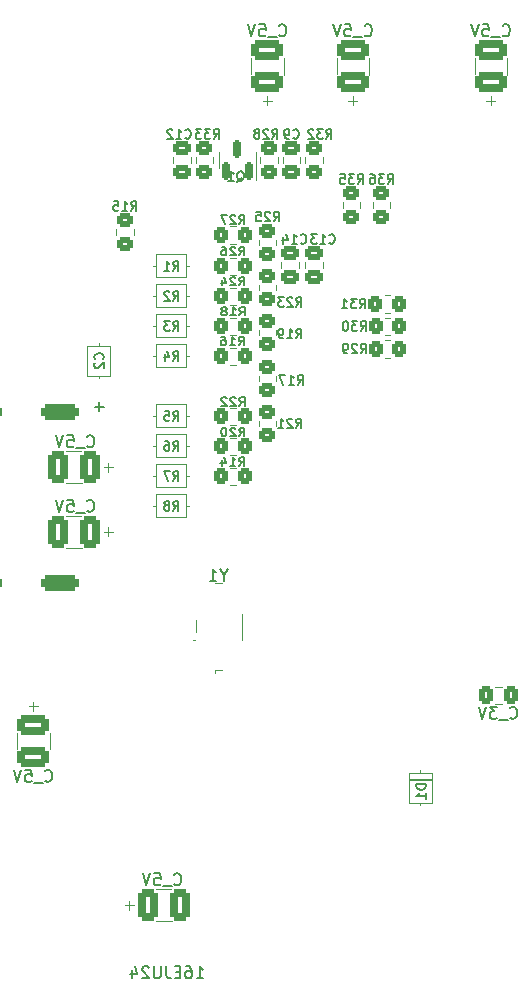
<source format=gbo>
G04 #@! TF.GenerationSoftware,KiCad,Pcbnew,6.0.11-2627ca5db0~126~ubuntu20.04.1*
G04 #@! TF.CreationDate,2024-04-17T12:51:00+05:00*
G04 #@! TF.ProjectId,16EJU24,3136454a-5532-4342-9e6b-696361645f70,rev?*
G04 #@! TF.SameCoordinates,Original*
G04 #@! TF.FileFunction,Legend,Bot*
G04 #@! TF.FilePolarity,Positive*
%FSLAX46Y46*%
G04 Gerber Fmt 4.6, Leading zero omitted, Abs format (unit mm)*
G04 Created by KiCad (PCBNEW 6.0.11-2627ca5db0~126~ubuntu20.04.1) date 2024-04-17 12:51:00*
%MOMM*%
%LPD*%
G01*
G04 APERTURE LIST*
G04 Aperture macros list*
%AMRoundRect*
0 Rectangle with rounded corners*
0 $1 Rounding radius*
0 $2 $3 $4 $5 $6 $7 $8 $9 X,Y pos of 4 corners*
0 Add a 4 corners polygon primitive as box body*
4,1,4,$2,$3,$4,$5,$6,$7,$8,$9,$2,$3,0*
0 Add four circle primitives for the rounded corners*
1,1,$1+$1,$2,$3*
1,1,$1+$1,$4,$5*
1,1,$1+$1,$6,$7*
1,1,$1+$1,$8,$9*
0 Add four rect primitives between the rounded corners*
20,1,$1+$1,$2,$3,$4,$5,0*
20,1,$1+$1,$4,$5,$6,$7,0*
20,1,$1+$1,$6,$7,$8,$9,0*
20,1,$1+$1,$8,$9,$2,$3,0*%
G04 Aperture macros list end*
%ADD10C,0.150000*%
%ADD11C,0.120000*%
%ADD12R,1.800000X1.800000*%
%ADD13C,1.800000*%
%ADD14C,1.700000*%
%ADD15R,1.700000X1.700000*%
%ADD16O,1.700000X1.700000*%
%ADD17RoundRect,0.250000X-0.450000X0.350000X-0.450000X-0.350000X0.450000X-0.350000X0.450000X0.350000X0*%
%ADD18RoundRect,0.250000X-0.350000X-0.450000X0.350000X-0.450000X0.350000X0.450000X-0.350000X0.450000X0*%
%ADD19RoundRect,0.150000X0.150000X-0.587500X0.150000X0.587500X-0.150000X0.587500X-0.150000X-0.587500X0*%
%ADD20RoundRect,0.250000X0.475000X-0.337500X0.475000X0.337500X-0.475000X0.337500X-0.475000X-0.337500X0*%
%ADD21RoundRect,0.250000X-0.475000X0.337500X-0.475000X-0.337500X0.475000X-0.337500X0.475000X0.337500X0*%
%ADD22C,2.000000*%
%ADD23C,0.650000*%
%ADD24O,1.000000X2.100000*%
%ADD25O,1.100000X1.100000*%
%ADD26O,1.000000X1.600000*%
%ADD27O,2.000000X1.700000*%
%ADD28RoundRect,0.350000X-1.300000X0.350000X-1.300000X-0.350000X1.300000X-0.350000X1.300000X0.350000X0*%
%ADD29RoundRect,0.350000X-0.700000X0.350000X-0.700000X-0.350000X0.700000X-0.350000X0.700000X0.350000X0*%
%ADD30R,1.524000X1.524000*%
%ADD31C,1.524000*%
%ADD32C,3.500000*%
%ADD33R,2.000000X2.000000*%
%ADD34C,1.500000*%
%ADD35O,4.000000X2.000000*%
%ADD36O,4.400000X2.000000*%
%ADD37O,2.400000X3.900000*%
%ADD38O,2.700000X3.700000*%
%ADD39O,4.700000X2.000000*%
%ADD40R,3.480000X1.846667*%
%ADD41RoundRect,0.323962X-0.534538X-1.026038X0.534538X-1.026038X0.534538X1.026038X-0.534538X1.026038X0*%
%ADD42RoundRect,0.323962X0.534538X1.026038X-0.534538X1.026038X-0.534538X-1.026038X0.534538X-1.026038X0*%
%ADD43R,1.600000X7.000000*%
%ADD44RoundRect,0.323962X1.026038X-0.534538X1.026038X0.534538X-1.026038X0.534538X-1.026038X-0.534538X0*%
%ADD45R,1.392000X3.048000*%
%ADD46R,1.392000X2.921000*%
%ADD47RoundRect,0.250000X0.450000X-0.350000X0.450000X0.350000X-0.450000X0.350000X-0.450000X-0.350000X0*%
%ADD48RoundRect,0.323962X-1.026038X0.534538X-1.026038X-0.534538X1.026038X-0.534538X1.026038X0.534538X0*%
%ADD49RoundRect,0.250000X0.337500X0.475000X-0.337500X0.475000X-0.337500X-0.475000X0.337500X-0.475000X0*%
G04 APERTURE END LIST*
D10*
X41909952Y-64587428D02*
X41148047Y-64587428D01*
X41529000Y-64968380D02*
X41529000Y-64206476D01*
D11*
X67778759Y-96121755D02*
X69683759Y-96121755D01*
D10*
X49744000Y-112974380D02*
X50315428Y-112974380D01*
X50029714Y-112974380D02*
X50029714Y-111974380D01*
X50124952Y-112117238D01*
X50220190Y-112212476D01*
X50315428Y-112260095D01*
X48886857Y-111974380D02*
X49077333Y-111974380D01*
X49172571Y-112022000D01*
X49220190Y-112069619D01*
X49315428Y-112212476D01*
X49363047Y-112402952D01*
X49363047Y-112783904D01*
X49315428Y-112879142D01*
X49267809Y-112926761D01*
X49172571Y-112974380D01*
X48982095Y-112974380D01*
X48886857Y-112926761D01*
X48839238Y-112879142D01*
X48791619Y-112783904D01*
X48791619Y-112545809D01*
X48839238Y-112450571D01*
X48886857Y-112402952D01*
X48982095Y-112355333D01*
X49172571Y-112355333D01*
X49267809Y-112402952D01*
X49315428Y-112450571D01*
X49363047Y-112545809D01*
X48363047Y-112450571D02*
X48029714Y-112450571D01*
X47886857Y-112974380D02*
X48363047Y-112974380D01*
X48363047Y-111974380D01*
X47886857Y-111974380D01*
X47172571Y-111974380D02*
X47172571Y-112688666D01*
X47220190Y-112831523D01*
X47315428Y-112926761D01*
X47458285Y-112974380D01*
X47553523Y-112974380D01*
X46696380Y-111974380D02*
X46696380Y-112783904D01*
X46648761Y-112879142D01*
X46601142Y-112926761D01*
X46505904Y-112974380D01*
X46315428Y-112974380D01*
X46220190Y-112926761D01*
X46172571Y-112879142D01*
X46124952Y-112783904D01*
X46124952Y-111974380D01*
X45696380Y-112069619D02*
X45648761Y-112022000D01*
X45553523Y-111974380D01*
X45315428Y-111974380D01*
X45220190Y-112022000D01*
X45172571Y-112069619D01*
X45124952Y-112164857D01*
X45124952Y-112260095D01*
X45172571Y-112402952D01*
X45744000Y-112974380D01*
X45124952Y-112974380D01*
X44267809Y-112307714D02*
X44267809Y-112974380D01*
X44505904Y-111926761D02*
X44744000Y-112641047D01*
X44124952Y-112641047D01*
X69153285Y-96547280D02*
X68353285Y-96547280D01*
X68353285Y-96737757D01*
X68391381Y-96852042D01*
X68467571Y-96928233D01*
X68543761Y-96966328D01*
X68696142Y-97004423D01*
X68810428Y-97004423D01*
X68962809Y-96966328D01*
X69039000Y-96928233D01*
X69115190Y-96852042D01*
X69153285Y-96737757D01*
X69153285Y-96547280D01*
X69153285Y-97766328D02*
X69153285Y-97309185D01*
X69153285Y-97537757D02*
X68353285Y-97537757D01*
X68467571Y-97461566D01*
X68543761Y-97385376D01*
X68581857Y-97309185D01*
X65919285Y-45700904D02*
X66185952Y-45319952D01*
X66376428Y-45700904D02*
X66376428Y-44900904D01*
X66071666Y-44900904D01*
X65995476Y-44939000D01*
X65957380Y-44977095D01*
X65919285Y-45053285D01*
X65919285Y-45167571D01*
X65957380Y-45243761D01*
X65995476Y-45281857D01*
X66071666Y-45319952D01*
X66376428Y-45319952D01*
X65652619Y-44900904D02*
X65157380Y-44900904D01*
X65424047Y-45205666D01*
X65309761Y-45205666D01*
X65233571Y-45243761D01*
X65195476Y-45281857D01*
X65157380Y-45358047D01*
X65157380Y-45548523D01*
X65195476Y-45624714D01*
X65233571Y-45662809D01*
X65309761Y-45700904D01*
X65538333Y-45700904D01*
X65614523Y-45662809D01*
X65652619Y-45624714D01*
X64471666Y-44900904D02*
X64624047Y-44900904D01*
X64700238Y-44939000D01*
X64738333Y-44977095D01*
X64814523Y-45091380D01*
X64852619Y-45243761D01*
X64852619Y-45548523D01*
X64814523Y-45624714D01*
X64776428Y-45662809D01*
X64700238Y-45700904D01*
X64547857Y-45700904D01*
X64471666Y-45662809D01*
X64433571Y-45624714D01*
X64395476Y-45548523D01*
X64395476Y-45358047D01*
X64433571Y-45281857D01*
X64471666Y-45243761D01*
X64547857Y-45205666D01*
X64700238Y-45205666D01*
X64776428Y-45243761D01*
X64814523Y-45281857D01*
X64852619Y-45358047D01*
X63379285Y-45700904D02*
X63645952Y-45319952D01*
X63836428Y-45700904D02*
X63836428Y-44900904D01*
X63531666Y-44900904D01*
X63455476Y-44939000D01*
X63417380Y-44977095D01*
X63379285Y-45053285D01*
X63379285Y-45167571D01*
X63417380Y-45243761D01*
X63455476Y-45281857D01*
X63531666Y-45319952D01*
X63836428Y-45319952D01*
X63112619Y-44900904D02*
X62617380Y-44900904D01*
X62884047Y-45205666D01*
X62769761Y-45205666D01*
X62693571Y-45243761D01*
X62655476Y-45281857D01*
X62617380Y-45358047D01*
X62617380Y-45548523D01*
X62655476Y-45624714D01*
X62693571Y-45662809D01*
X62769761Y-45700904D01*
X62998333Y-45700904D01*
X63074523Y-45662809D01*
X63112619Y-45624714D01*
X61893571Y-44900904D02*
X62274523Y-44900904D01*
X62312619Y-45281857D01*
X62274523Y-45243761D01*
X62198333Y-45205666D01*
X62007857Y-45205666D01*
X61931666Y-45243761D01*
X61893571Y-45281857D01*
X61855476Y-45358047D01*
X61855476Y-45548523D01*
X61893571Y-45624714D01*
X61931666Y-45662809D01*
X62007857Y-45700904D01*
X62198333Y-45700904D01*
X62274523Y-45662809D01*
X62312619Y-45624714D01*
X51187285Y-41890904D02*
X51453952Y-41509952D01*
X51644428Y-41890904D02*
X51644428Y-41090904D01*
X51339666Y-41090904D01*
X51263476Y-41129000D01*
X51225380Y-41167095D01*
X51187285Y-41243285D01*
X51187285Y-41357571D01*
X51225380Y-41433761D01*
X51263476Y-41471857D01*
X51339666Y-41509952D01*
X51644428Y-41509952D01*
X50920619Y-41090904D02*
X50425380Y-41090904D01*
X50692047Y-41395666D01*
X50577761Y-41395666D01*
X50501571Y-41433761D01*
X50463476Y-41471857D01*
X50425380Y-41548047D01*
X50425380Y-41738523D01*
X50463476Y-41814714D01*
X50501571Y-41852809D01*
X50577761Y-41890904D01*
X50806333Y-41890904D01*
X50882523Y-41852809D01*
X50920619Y-41814714D01*
X50158714Y-41090904D02*
X49663476Y-41090904D01*
X49930142Y-41395666D01*
X49815857Y-41395666D01*
X49739666Y-41433761D01*
X49701571Y-41471857D01*
X49663476Y-41548047D01*
X49663476Y-41738523D01*
X49701571Y-41814714D01*
X49739666Y-41852809D01*
X49815857Y-41890904D01*
X50044428Y-41890904D01*
X50120619Y-41852809D01*
X50158714Y-41814714D01*
X60712285Y-41890904D02*
X60978952Y-41509952D01*
X61169428Y-41890904D02*
X61169428Y-41090904D01*
X60864666Y-41090904D01*
X60788476Y-41129000D01*
X60750380Y-41167095D01*
X60712285Y-41243285D01*
X60712285Y-41357571D01*
X60750380Y-41433761D01*
X60788476Y-41471857D01*
X60864666Y-41509952D01*
X61169428Y-41509952D01*
X60445619Y-41090904D02*
X59950380Y-41090904D01*
X60217047Y-41395666D01*
X60102761Y-41395666D01*
X60026571Y-41433761D01*
X59988476Y-41471857D01*
X59950380Y-41548047D01*
X59950380Y-41738523D01*
X59988476Y-41814714D01*
X60026571Y-41852809D01*
X60102761Y-41890904D01*
X60331333Y-41890904D01*
X60407523Y-41852809D01*
X60445619Y-41814714D01*
X59645619Y-41167095D02*
X59607523Y-41129000D01*
X59531333Y-41090904D01*
X59340857Y-41090904D01*
X59264666Y-41129000D01*
X59226571Y-41167095D01*
X59188476Y-41243285D01*
X59188476Y-41319476D01*
X59226571Y-41433761D01*
X59683714Y-41890904D01*
X59188476Y-41890904D01*
X63559285Y-56257904D02*
X63825952Y-55876952D01*
X64016428Y-56257904D02*
X64016428Y-55457904D01*
X63711666Y-55457904D01*
X63635476Y-55496000D01*
X63597380Y-55534095D01*
X63559285Y-55610285D01*
X63559285Y-55724571D01*
X63597380Y-55800761D01*
X63635476Y-55838857D01*
X63711666Y-55876952D01*
X64016428Y-55876952D01*
X63292619Y-55457904D02*
X62797380Y-55457904D01*
X63064047Y-55762666D01*
X62949761Y-55762666D01*
X62873571Y-55800761D01*
X62835476Y-55838857D01*
X62797380Y-55915047D01*
X62797380Y-56105523D01*
X62835476Y-56181714D01*
X62873571Y-56219809D01*
X62949761Y-56257904D01*
X63178333Y-56257904D01*
X63254523Y-56219809D01*
X63292619Y-56181714D01*
X62035476Y-56257904D02*
X62492619Y-56257904D01*
X62264047Y-56257904D02*
X62264047Y-55457904D01*
X62340238Y-55572190D01*
X62416428Y-55648380D01*
X62492619Y-55686476D01*
X63633285Y-58146904D02*
X63899952Y-57765952D01*
X64090428Y-58146904D02*
X64090428Y-57346904D01*
X63785666Y-57346904D01*
X63709476Y-57385000D01*
X63671380Y-57423095D01*
X63633285Y-57499285D01*
X63633285Y-57613571D01*
X63671380Y-57689761D01*
X63709476Y-57727857D01*
X63785666Y-57765952D01*
X64090428Y-57765952D01*
X63366619Y-57346904D02*
X62871380Y-57346904D01*
X63138047Y-57651666D01*
X63023761Y-57651666D01*
X62947571Y-57689761D01*
X62909476Y-57727857D01*
X62871380Y-57804047D01*
X62871380Y-57994523D01*
X62909476Y-58070714D01*
X62947571Y-58108809D01*
X63023761Y-58146904D01*
X63252333Y-58146904D01*
X63328523Y-58108809D01*
X63366619Y-58070714D01*
X62376142Y-57346904D02*
X62299952Y-57346904D01*
X62223761Y-57385000D01*
X62185666Y-57423095D01*
X62147571Y-57499285D01*
X62109476Y-57651666D01*
X62109476Y-57842142D01*
X62147571Y-57994523D01*
X62185666Y-58070714D01*
X62223761Y-58108809D01*
X62299952Y-58146904D01*
X62376142Y-58146904D01*
X62452333Y-58108809D01*
X62490428Y-58070714D01*
X62528523Y-57994523D01*
X62566619Y-57842142D01*
X62566619Y-57651666D01*
X62528523Y-57499285D01*
X62490428Y-57423095D01*
X62452333Y-57385000D01*
X62376142Y-57346904D01*
X63633285Y-60051904D02*
X63899952Y-59670952D01*
X64090428Y-60051904D02*
X64090428Y-59251904D01*
X63785666Y-59251904D01*
X63709476Y-59290000D01*
X63671380Y-59328095D01*
X63633285Y-59404285D01*
X63633285Y-59518571D01*
X63671380Y-59594761D01*
X63709476Y-59632857D01*
X63785666Y-59670952D01*
X64090428Y-59670952D01*
X63328523Y-59328095D02*
X63290428Y-59290000D01*
X63214238Y-59251904D01*
X63023761Y-59251904D01*
X62947571Y-59290000D01*
X62909476Y-59328095D01*
X62871380Y-59404285D01*
X62871380Y-59480476D01*
X62909476Y-59594761D01*
X63366619Y-60051904D01*
X62871380Y-60051904D01*
X62490428Y-60051904D02*
X62338047Y-60051904D01*
X62261857Y-60013809D01*
X62223761Y-59975714D01*
X62147571Y-59861428D01*
X62109476Y-59709047D01*
X62109476Y-59404285D01*
X62147571Y-59328095D01*
X62185666Y-59290000D01*
X62261857Y-59251904D01*
X62414238Y-59251904D01*
X62490428Y-59290000D01*
X62528523Y-59328095D01*
X62566619Y-59404285D01*
X62566619Y-59594761D01*
X62528523Y-59670952D01*
X62490428Y-59709047D01*
X62414238Y-59747142D01*
X62261857Y-59747142D01*
X62185666Y-59709047D01*
X62147571Y-59670952D01*
X62109476Y-59594761D01*
X56140285Y-41890904D02*
X56406952Y-41509952D01*
X56597428Y-41890904D02*
X56597428Y-41090904D01*
X56292666Y-41090904D01*
X56216476Y-41129000D01*
X56178380Y-41167095D01*
X56140285Y-41243285D01*
X56140285Y-41357571D01*
X56178380Y-41433761D01*
X56216476Y-41471857D01*
X56292666Y-41509952D01*
X56597428Y-41509952D01*
X55835523Y-41167095D02*
X55797428Y-41129000D01*
X55721238Y-41090904D01*
X55530761Y-41090904D01*
X55454571Y-41129000D01*
X55416476Y-41167095D01*
X55378380Y-41243285D01*
X55378380Y-41319476D01*
X55416476Y-41433761D01*
X55873619Y-41890904D01*
X55378380Y-41890904D01*
X54921238Y-41433761D02*
X54997428Y-41395666D01*
X55035523Y-41357571D01*
X55073619Y-41281380D01*
X55073619Y-41243285D01*
X55035523Y-41167095D01*
X54997428Y-41129000D01*
X54921238Y-41090904D01*
X54768857Y-41090904D01*
X54692666Y-41129000D01*
X54654571Y-41167095D01*
X54616476Y-41243285D01*
X54616476Y-41281380D01*
X54654571Y-41357571D01*
X54692666Y-41395666D01*
X54768857Y-41433761D01*
X54921238Y-41433761D01*
X54997428Y-41471857D01*
X55035523Y-41509952D01*
X55073619Y-41586142D01*
X55073619Y-41738523D01*
X55035523Y-41814714D01*
X54997428Y-41852809D01*
X54921238Y-41890904D01*
X54768857Y-41890904D01*
X54692666Y-41852809D01*
X54654571Y-41814714D01*
X54616476Y-41738523D01*
X54616476Y-41586142D01*
X54654571Y-41509952D01*
X54692666Y-41471857D01*
X54768857Y-41433761D01*
X53162190Y-45523095D02*
X53238380Y-45485000D01*
X53314571Y-45408809D01*
X53428857Y-45294523D01*
X53505047Y-45256428D01*
X53581238Y-45256428D01*
X53543142Y-45446904D02*
X53619333Y-45408809D01*
X53695523Y-45332619D01*
X53733619Y-45180238D01*
X53733619Y-44913571D01*
X53695523Y-44761190D01*
X53619333Y-44685000D01*
X53543142Y-44646904D01*
X53390761Y-44646904D01*
X53314571Y-44685000D01*
X53238380Y-44761190D01*
X53200285Y-44913571D01*
X53200285Y-45180238D01*
X53238380Y-45332619D01*
X53314571Y-45408809D01*
X53390761Y-45446904D01*
X53543142Y-45446904D01*
X52438380Y-45446904D02*
X52895523Y-45446904D01*
X52666952Y-45446904D02*
X52666952Y-44646904D01*
X52743142Y-44761190D01*
X52819333Y-44837380D01*
X52895523Y-44875476D01*
X58553285Y-50704714D02*
X58591380Y-50742809D01*
X58705666Y-50780904D01*
X58781857Y-50780904D01*
X58896142Y-50742809D01*
X58972333Y-50666619D01*
X59010428Y-50590428D01*
X59048523Y-50438047D01*
X59048523Y-50323761D01*
X59010428Y-50171380D01*
X58972333Y-50095190D01*
X58896142Y-50019000D01*
X58781857Y-49980904D01*
X58705666Y-49980904D01*
X58591380Y-50019000D01*
X58553285Y-50057095D01*
X57791380Y-50780904D02*
X58248523Y-50780904D01*
X58019952Y-50780904D02*
X58019952Y-49980904D01*
X58096142Y-50095190D01*
X58172333Y-50171380D01*
X58248523Y-50209476D01*
X57105666Y-50247571D02*
X57105666Y-50780904D01*
X57296142Y-49942809D02*
X57486619Y-50514238D01*
X56991380Y-50514238D01*
X60966285Y-50704714D02*
X61004380Y-50742809D01*
X61118666Y-50780904D01*
X61194857Y-50780904D01*
X61309142Y-50742809D01*
X61385333Y-50666619D01*
X61423428Y-50590428D01*
X61461523Y-50438047D01*
X61461523Y-50323761D01*
X61423428Y-50171380D01*
X61385333Y-50095190D01*
X61309142Y-50019000D01*
X61194857Y-49980904D01*
X61118666Y-49980904D01*
X61004380Y-50019000D01*
X60966285Y-50057095D01*
X60204380Y-50780904D02*
X60661523Y-50780904D01*
X60432952Y-50780904D02*
X60432952Y-49980904D01*
X60509142Y-50095190D01*
X60585333Y-50171380D01*
X60661523Y-50209476D01*
X59937714Y-49980904D02*
X59442476Y-49980904D01*
X59709142Y-50285666D01*
X59594857Y-50285666D01*
X59518666Y-50323761D01*
X59480571Y-50361857D01*
X59442476Y-50438047D01*
X59442476Y-50628523D01*
X59480571Y-50704714D01*
X59518666Y-50742809D01*
X59594857Y-50780904D01*
X59823428Y-50780904D01*
X59899619Y-50742809D01*
X59937714Y-50704714D01*
X48774285Y-41814714D02*
X48812380Y-41852809D01*
X48926666Y-41890904D01*
X49002857Y-41890904D01*
X49117142Y-41852809D01*
X49193333Y-41776619D01*
X49231428Y-41700428D01*
X49269523Y-41548047D01*
X49269523Y-41433761D01*
X49231428Y-41281380D01*
X49193333Y-41205190D01*
X49117142Y-41129000D01*
X49002857Y-41090904D01*
X48926666Y-41090904D01*
X48812380Y-41129000D01*
X48774285Y-41167095D01*
X48012380Y-41890904D02*
X48469523Y-41890904D01*
X48240952Y-41890904D02*
X48240952Y-41090904D01*
X48317142Y-41205190D01*
X48393333Y-41281380D01*
X48469523Y-41319476D01*
X47707619Y-41167095D02*
X47669523Y-41129000D01*
X47593333Y-41090904D01*
X47402857Y-41090904D01*
X47326666Y-41129000D01*
X47288571Y-41167095D01*
X47250476Y-41243285D01*
X47250476Y-41319476D01*
X47288571Y-41433761D01*
X47745714Y-41890904D01*
X47250476Y-41890904D01*
X57918333Y-41814714D02*
X57956428Y-41852809D01*
X58070714Y-41890904D01*
X58146904Y-41890904D01*
X58261190Y-41852809D01*
X58337380Y-41776619D01*
X58375476Y-41700428D01*
X58413571Y-41548047D01*
X58413571Y-41433761D01*
X58375476Y-41281380D01*
X58337380Y-41205190D01*
X58261190Y-41129000D01*
X58146904Y-41090904D01*
X58070714Y-41090904D01*
X57956428Y-41129000D01*
X57918333Y-41167095D01*
X57537380Y-41890904D02*
X57385000Y-41890904D01*
X57308809Y-41852809D01*
X57270714Y-41814714D01*
X57194523Y-41700428D01*
X57156428Y-41548047D01*
X57156428Y-41243285D01*
X57194523Y-41167095D01*
X57232619Y-41129000D01*
X57308809Y-41090904D01*
X57461190Y-41090904D01*
X57537380Y-41129000D01*
X57575476Y-41167095D01*
X57613571Y-41243285D01*
X57613571Y-41433761D01*
X57575476Y-41509952D01*
X57537380Y-41548047D01*
X57461190Y-41586142D01*
X57308809Y-41586142D01*
X57232619Y-41548047D01*
X57194523Y-41509952D01*
X57156428Y-41433761D01*
X47758333Y-68306904D02*
X48025000Y-67925952D01*
X48215476Y-68306904D02*
X48215476Y-67506904D01*
X47910714Y-67506904D01*
X47834523Y-67545000D01*
X47796428Y-67583095D01*
X47758333Y-67659285D01*
X47758333Y-67773571D01*
X47796428Y-67849761D01*
X47834523Y-67887857D01*
X47910714Y-67925952D01*
X48215476Y-67925952D01*
X47072619Y-67506904D02*
X47225000Y-67506904D01*
X47301190Y-67545000D01*
X47339285Y-67583095D01*
X47415476Y-67697380D01*
X47453571Y-67849761D01*
X47453571Y-68154523D01*
X47415476Y-68230714D01*
X47377380Y-68268809D01*
X47301190Y-68306904D01*
X47148809Y-68306904D01*
X47072619Y-68268809D01*
X47034523Y-68230714D01*
X46996428Y-68154523D01*
X46996428Y-67964047D01*
X47034523Y-67887857D01*
X47072619Y-67849761D01*
X47148809Y-67811666D01*
X47301190Y-67811666D01*
X47377380Y-67849761D01*
X47415476Y-67887857D01*
X47453571Y-67964047D01*
X47758333Y-70846904D02*
X48025000Y-70465952D01*
X48215476Y-70846904D02*
X48215476Y-70046904D01*
X47910714Y-70046904D01*
X47834523Y-70085000D01*
X47796428Y-70123095D01*
X47758333Y-70199285D01*
X47758333Y-70313571D01*
X47796428Y-70389761D01*
X47834523Y-70427857D01*
X47910714Y-70465952D01*
X48215476Y-70465952D01*
X47491666Y-70046904D02*
X46958333Y-70046904D01*
X47301190Y-70846904D01*
X47758333Y-55606904D02*
X48025000Y-55225952D01*
X48215476Y-55606904D02*
X48215476Y-54806904D01*
X47910714Y-54806904D01*
X47834523Y-54845000D01*
X47796428Y-54883095D01*
X47758333Y-54959285D01*
X47758333Y-55073571D01*
X47796428Y-55149761D01*
X47834523Y-55187857D01*
X47910714Y-55225952D01*
X48215476Y-55225952D01*
X47453571Y-54883095D02*
X47415476Y-54845000D01*
X47339285Y-54806904D01*
X47148809Y-54806904D01*
X47072619Y-54845000D01*
X47034523Y-54883095D01*
X46996428Y-54959285D01*
X46996428Y-55035476D01*
X47034523Y-55149761D01*
X47491666Y-55606904D01*
X46996428Y-55606904D01*
X47758333Y-53066904D02*
X48025000Y-52685952D01*
X48215476Y-53066904D02*
X48215476Y-52266904D01*
X47910714Y-52266904D01*
X47834523Y-52305000D01*
X47796428Y-52343095D01*
X47758333Y-52419285D01*
X47758333Y-52533571D01*
X47796428Y-52609761D01*
X47834523Y-52647857D01*
X47910714Y-52685952D01*
X48215476Y-52685952D01*
X46996428Y-53066904D02*
X47453571Y-53066904D01*
X47225000Y-53066904D02*
X47225000Y-52266904D01*
X47301190Y-52381190D01*
X47377380Y-52457380D01*
X47453571Y-52495476D01*
X41814714Y-60572666D02*
X41852809Y-60534571D01*
X41890904Y-60420285D01*
X41890904Y-60344095D01*
X41852809Y-60229809D01*
X41776619Y-60153619D01*
X41700428Y-60115523D01*
X41548047Y-60077428D01*
X41433761Y-60077428D01*
X41281380Y-60115523D01*
X41205190Y-60153619D01*
X41129000Y-60229809D01*
X41090904Y-60344095D01*
X41090904Y-60420285D01*
X41129000Y-60534571D01*
X41167095Y-60572666D01*
X41167095Y-60877428D02*
X41129000Y-60915523D01*
X41090904Y-60991714D01*
X41090904Y-61182190D01*
X41129000Y-61258380D01*
X41167095Y-61296476D01*
X41243285Y-61334571D01*
X41319476Y-61334571D01*
X41433761Y-61296476D01*
X41890904Y-60839333D01*
X41890904Y-61334571D01*
X47758333Y-60686904D02*
X48025000Y-60305952D01*
X48215476Y-60686904D02*
X48215476Y-59886904D01*
X47910714Y-59886904D01*
X47834523Y-59925000D01*
X47796428Y-59963095D01*
X47758333Y-60039285D01*
X47758333Y-60153571D01*
X47796428Y-60229761D01*
X47834523Y-60267857D01*
X47910714Y-60305952D01*
X48215476Y-60305952D01*
X47072619Y-60153571D02*
X47072619Y-60686904D01*
X47263095Y-59848809D02*
X47453571Y-60420238D01*
X46958333Y-60420238D01*
X47758333Y-58146904D02*
X48025000Y-57765952D01*
X48215476Y-58146904D02*
X48215476Y-57346904D01*
X47910714Y-57346904D01*
X47834523Y-57385000D01*
X47796428Y-57423095D01*
X47758333Y-57499285D01*
X47758333Y-57613571D01*
X47796428Y-57689761D01*
X47834523Y-57727857D01*
X47910714Y-57765952D01*
X48215476Y-57765952D01*
X47491666Y-57346904D02*
X46996428Y-57346904D01*
X47263095Y-57651666D01*
X47148809Y-57651666D01*
X47072619Y-57689761D01*
X47034523Y-57727857D01*
X46996428Y-57804047D01*
X46996428Y-57994523D01*
X47034523Y-58070714D01*
X47072619Y-58108809D01*
X47148809Y-58146904D01*
X47377380Y-58146904D01*
X47453571Y-58108809D01*
X47491666Y-58070714D01*
X47758333Y-65766904D02*
X48025000Y-65385952D01*
X48215476Y-65766904D02*
X48215476Y-64966904D01*
X47910714Y-64966904D01*
X47834523Y-65005000D01*
X47796428Y-65043095D01*
X47758333Y-65119285D01*
X47758333Y-65233571D01*
X47796428Y-65309761D01*
X47834523Y-65347857D01*
X47910714Y-65385952D01*
X48215476Y-65385952D01*
X47034523Y-64966904D02*
X47415476Y-64966904D01*
X47453571Y-65347857D01*
X47415476Y-65309761D01*
X47339285Y-65271666D01*
X47148809Y-65271666D01*
X47072619Y-65309761D01*
X47034523Y-65347857D01*
X46996428Y-65424047D01*
X46996428Y-65614523D01*
X47034523Y-65690714D01*
X47072619Y-65728809D01*
X47148809Y-65766904D01*
X47339285Y-65766904D01*
X47415476Y-65728809D01*
X47453571Y-65690714D01*
X47758333Y-73386904D02*
X48025000Y-73005952D01*
X48215476Y-73386904D02*
X48215476Y-72586904D01*
X47910714Y-72586904D01*
X47834523Y-72625000D01*
X47796428Y-72663095D01*
X47758333Y-72739285D01*
X47758333Y-72853571D01*
X47796428Y-72929761D01*
X47834523Y-72967857D01*
X47910714Y-73005952D01*
X48215476Y-73005952D01*
X47301190Y-72929761D02*
X47377380Y-72891666D01*
X47415476Y-72853571D01*
X47453571Y-72777380D01*
X47453571Y-72739285D01*
X47415476Y-72663095D01*
X47377380Y-72625000D01*
X47301190Y-72586904D01*
X47148809Y-72586904D01*
X47072619Y-72625000D01*
X47034523Y-72663095D01*
X46996428Y-72739285D01*
X46996428Y-72777380D01*
X47034523Y-72853571D01*
X47072619Y-72891666D01*
X47148809Y-72929761D01*
X47301190Y-72929761D01*
X47377380Y-72967857D01*
X47415476Y-73005952D01*
X47453571Y-73082142D01*
X47453571Y-73234523D01*
X47415476Y-73310714D01*
X47377380Y-73348809D01*
X47301190Y-73386904D01*
X47148809Y-73386904D01*
X47072619Y-73348809D01*
X47034523Y-73310714D01*
X46996428Y-73234523D01*
X46996428Y-73082142D01*
X47034523Y-73005952D01*
X47072619Y-72967857D01*
X47148809Y-72929761D01*
X58172285Y-58797904D02*
X58438952Y-58416952D01*
X58629428Y-58797904D02*
X58629428Y-57997904D01*
X58324666Y-57997904D01*
X58248476Y-58036000D01*
X58210380Y-58074095D01*
X58172285Y-58150285D01*
X58172285Y-58264571D01*
X58210380Y-58340761D01*
X58248476Y-58378857D01*
X58324666Y-58416952D01*
X58629428Y-58416952D01*
X57410380Y-58797904D02*
X57867523Y-58797904D01*
X57638952Y-58797904D02*
X57638952Y-57997904D01*
X57715142Y-58112190D01*
X57791333Y-58188380D01*
X57867523Y-58226476D01*
X57029428Y-58797904D02*
X56877047Y-58797904D01*
X56800857Y-58759809D01*
X56762761Y-58721714D01*
X56686571Y-58607428D01*
X56648476Y-58455047D01*
X56648476Y-58150285D01*
X56686571Y-58074095D01*
X56724666Y-58036000D01*
X56800857Y-57997904D01*
X56953238Y-57997904D01*
X57029428Y-58036000D01*
X57067523Y-58074095D01*
X57105619Y-58150285D01*
X57105619Y-58340761D01*
X57067523Y-58416952D01*
X57029428Y-58455047D01*
X56953238Y-58493142D01*
X56800857Y-58493142D01*
X56724666Y-58455047D01*
X56686571Y-58416952D01*
X56648476Y-58340761D01*
X53346285Y-49129904D02*
X53612952Y-48748952D01*
X53803428Y-49129904D02*
X53803428Y-48329904D01*
X53498666Y-48329904D01*
X53422476Y-48368000D01*
X53384380Y-48406095D01*
X53346285Y-48482285D01*
X53346285Y-48596571D01*
X53384380Y-48672761D01*
X53422476Y-48710857D01*
X53498666Y-48748952D01*
X53803428Y-48748952D01*
X53041523Y-48406095D02*
X53003428Y-48368000D01*
X52927238Y-48329904D01*
X52736761Y-48329904D01*
X52660571Y-48368000D01*
X52622476Y-48406095D01*
X52584380Y-48482285D01*
X52584380Y-48558476D01*
X52622476Y-48672761D01*
X53079619Y-49129904D01*
X52584380Y-49129904D01*
X52317714Y-48329904D02*
X51784380Y-48329904D01*
X52127238Y-49129904D01*
X47839190Y-105005142D02*
X47886809Y-105052761D01*
X48029666Y-105100380D01*
X48124904Y-105100380D01*
X48267761Y-105052761D01*
X48363000Y-104957523D01*
X48410619Y-104862285D01*
X48458238Y-104671809D01*
X48458238Y-104528952D01*
X48410619Y-104338476D01*
X48363000Y-104243238D01*
X48267761Y-104148000D01*
X48124904Y-104100380D01*
X48029666Y-104100380D01*
X47886809Y-104148000D01*
X47839190Y-104195619D01*
X47648714Y-105195619D02*
X46886809Y-105195619D01*
X46172523Y-104100380D02*
X46648714Y-104100380D01*
X46696333Y-104576571D01*
X46648714Y-104528952D01*
X46553476Y-104481333D01*
X46315380Y-104481333D01*
X46220142Y-104528952D01*
X46172523Y-104576571D01*
X46124904Y-104671809D01*
X46124904Y-104909904D01*
X46172523Y-105005142D01*
X46220142Y-105052761D01*
X46315380Y-105100380D01*
X46553476Y-105100380D01*
X46648714Y-105052761D01*
X46696333Y-105005142D01*
X45839190Y-104100380D02*
X45505857Y-105100380D01*
X45172523Y-104100380D01*
X53356749Y-64503086D02*
X53623416Y-64169753D01*
X53813892Y-64503086D02*
X53813892Y-63803086D01*
X53509130Y-63803086D01*
X53432940Y-63836420D01*
X53394844Y-63869753D01*
X53356749Y-63936420D01*
X53356749Y-64036420D01*
X53394844Y-64103086D01*
X53432940Y-64136420D01*
X53509130Y-64169753D01*
X53813892Y-64169753D01*
X53051987Y-63869753D02*
X53013892Y-63836420D01*
X52937702Y-63803086D01*
X52747225Y-63803086D01*
X52671035Y-63836420D01*
X52632940Y-63869753D01*
X52594844Y-63936420D01*
X52594844Y-64003086D01*
X52632940Y-64103086D01*
X53090083Y-64503086D01*
X52594844Y-64503086D01*
X52290083Y-63869753D02*
X52251987Y-63836420D01*
X52175797Y-63803086D01*
X51985321Y-63803086D01*
X51909130Y-63836420D01*
X51871035Y-63869753D01*
X51832940Y-63936420D01*
X51832940Y-64003086D01*
X51871035Y-64103086D01*
X52328178Y-64503086D01*
X51832940Y-64503086D01*
X40473190Y-67921142D02*
X40520809Y-67968761D01*
X40663666Y-68016380D01*
X40758904Y-68016380D01*
X40901761Y-67968761D01*
X40997000Y-67873523D01*
X41044619Y-67778285D01*
X41092238Y-67587809D01*
X41092238Y-67444952D01*
X41044619Y-67254476D01*
X40997000Y-67159238D01*
X40901761Y-67064000D01*
X40758904Y-67016380D01*
X40663666Y-67016380D01*
X40520809Y-67064000D01*
X40473190Y-67111619D01*
X40282714Y-68111619D02*
X39520809Y-68111619D01*
X38806523Y-67016380D02*
X39282714Y-67016380D01*
X39330333Y-67492571D01*
X39282714Y-67444952D01*
X39187476Y-67397333D01*
X38949380Y-67397333D01*
X38854142Y-67444952D01*
X38806523Y-67492571D01*
X38758904Y-67587809D01*
X38758904Y-67825904D01*
X38806523Y-67921142D01*
X38854142Y-67968761D01*
X38949380Y-68016380D01*
X39187476Y-68016380D01*
X39282714Y-67968761D01*
X39330333Y-67921142D01*
X38473190Y-67016380D02*
X38139857Y-68016380D01*
X37806523Y-67016380D01*
X63968190Y-33123142D02*
X64015809Y-33170761D01*
X64158666Y-33218380D01*
X64253904Y-33218380D01*
X64396761Y-33170761D01*
X64492000Y-33075523D01*
X64539619Y-32980285D01*
X64587238Y-32789809D01*
X64587238Y-32646952D01*
X64539619Y-32456476D01*
X64492000Y-32361238D01*
X64396761Y-32266000D01*
X64253904Y-32218380D01*
X64158666Y-32218380D01*
X64015809Y-32266000D01*
X63968190Y-32313619D01*
X63777714Y-33313619D02*
X63015809Y-33313619D01*
X62301523Y-32218380D02*
X62777714Y-32218380D01*
X62825333Y-32694571D01*
X62777714Y-32646952D01*
X62682476Y-32599333D01*
X62444380Y-32599333D01*
X62349142Y-32646952D01*
X62301523Y-32694571D01*
X62253904Y-32789809D01*
X62253904Y-33027904D01*
X62301523Y-33123142D01*
X62349142Y-33170761D01*
X62444380Y-33218380D01*
X62682476Y-33218380D01*
X62777714Y-33170761D01*
X62825333Y-33123142D01*
X61968190Y-32218380D02*
X61634857Y-33218380D01*
X61301523Y-32218380D01*
X56267285Y-48875904D02*
X56533952Y-48494952D01*
X56724428Y-48875904D02*
X56724428Y-48075904D01*
X56419666Y-48075904D01*
X56343476Y-48114000D01*
X56305380Y-48152095D01*
X56267285Y-48228285D01*
X56267285Y-48342571D01*
X56305380Y-48418761D01*
X56343476Y-48456857D01*
X56419666Y-48494952D01*
X56724428Y-48494952D01*
X55962523Y-48152095D02*
X55924428Y-48114000D01*
X55848238Y-48075904D01*
X55657761Y-48075904D01*
X55581571Y-48114000D01*
X55543476Y-48152095D01*
X55505380Y-48228285D01*
X55505380Y-48304476D01*
X55543476Y-48418761D01*
X56000619Y-48875904D01*
X55505380Y-48875904D01*
X54781571Y-48075904D02*
X55162523Y-48075904D01*
X55200619Y-48456857D01*
X55162523Y-48418761D01*
X55086333Y-48380666D01*
X54895857Y-48380666D01*
X54819666Y-48418761D01*
X54781571Y-48456857D01*
X54743476Y-48533047D01*
X54743476Y-48723523D01*
X54781571Y-48799714D01*
X54819666Y-48837809D01*
X54895857Y-48875904D01*
X55086333Y-48875904D01*
X55162523Y-48837809D01*
X55200619Y-48799714D01*
X53346285Y-67066795D02*
X53612952Y-66733462D01*
X53803428Y-67066795D02*
X53803428Y-66366795D01*
X53498666Y-66366795D01*
X53422476Y-66400129D01*
X53384380Y-66433462D01*
X53346285Y-66500129D01*
X53346285Y-66600129D01*
X53384380Y-66666795D01*
X53422476Y-66700129D01*
X53498666Y-66733462D01*
X53803428Y-66733462D01*
X53041523Y-66433462D02*
X53003428Y-66400129D01*
X52927238Y-66366795D01*
X52736761Y-66366795D01*
X52660571Y-66400129D01*
X52622476Y-66433462D01*
X52584380Y-66500129D01*
X52584380Y-66566795D01*
X52622476Y-66666795D01*
X53079619Y-67066795D01*
X52584380Y-67066795D01*
X52089142Y-66366795D02*
X52012952Y-66366795D01*
X51936761Y-66400129D01*
X51898666Y-66433462D01*
X51860571Y-66500129D01*
X51822476Y-66633462D01*
X51822476Y-66800129D01*
X51860571Y-66933462D01*
X51898666Y-67000129D01*
X51936761Y-67033462D01*
X52012952Y-67066795D01*
X52089142Y-67066795D01*
X52165333Y-67033462D01*
X52203428Y-67000129D01*
X52241523Y-66933462D01*
X52279619Y-66800129D01*
X52279619Y-66633462D01*
X52241523Y-66500129D01*
X52203428Y-66433462D01*
X52165333Y-66400129D01*
X52089142Y-66366795D01*
X52038190Y-78843190D02*
X52038190Y-79319380D01*
X52371523Y-78319380D02*
X52038190Y-78843190D01*
X51704857Y-78319380D01*
X50847714Y-79319380D02*
X51419142Y-79319380D01*
X51133428Y-79319380D02*
X51133428Y-78319380D01*
X51228666Y-78462238D01*
X51323904Y-78557476D01*
X51419142Y-78605095D01*
X53355980Y-56861390D02*
X53622647Y-56528057D01*
X53813123Y-56861390D02*
X53813123Y-56161390D01*
X53508361Y-56161390D01*
X53432171Y-56194724D01*
X53394075Y-56228057D01*
X53355980Y-56294724D01*
X53355980Y-56394724D01*
X53394075Y-56461390D01*
X53432171Y-56494724D01*
X53508361Y-56528057D01*
X53813123Y-56528057D01*
X52594075Y-56861390D02*
X53051218Y-56861390D01*
X52822647Y-56861390D02*
X52822647Y-56161390D01*
X52898837Y-56261390D01*
X52975028Y-56328057D01*
X53051218Y-56361390D01*
X52136933Y-56461390D02*
X52213123Y-56428057D01*
X52251218Y-56394724D01*
X52289314Y-56328057D01*
X52289314Y-56294724D01*
X52251218Y-56228057D01*
X52213123Y-56194724D01*
X52136933Y-56161390D01*
X51984552Y-56161390D01*
X51908361Y-56194724D01*
X51870266Y-56228057D01*
X51832171Y-56294724D01*
X51832171Y-56328057D01*
X51870266Y-56394724D01*
X51908361Y-56428057D01*
X51984552Y-56461390D01*
X52136933Y-56461390D01*
X52213123Y-56494724D01*
X52251218Y-56528057D01*
X52289314Y-56594724D01*
X52289314Y-56728057D01*
X52251218Y-56794724D01*
X52213123Y-56828057D01*
X52136933Y-56861390D01*
X51984552Y-56861390D01*
X51908361Y-56828057D01*
X51870266Y-56794724D01*
X51832171Y-56728057D01*
X51832171Y-56594724D01*
X51870266Y-56528057D01*
X51908361Y-56494724D01*
X51984552Y-56461390D01*
X56729190Y-33123142D02*
X56776809Y-33170761D01*
X56919666Y-33218380D01*
X57014904Y-33218380D01*
X57157761Y-33170761D01*
X57253000Y-33075523D01*
X57300619Y-32980285D01*
X57348238Y-32789809D01*
X57348238Y-32646952D01*
X57300619Y-32456476D01*
X57253000Y-32361238D01*
X57157761Y-32266000D01*
X57014904Y-32218380D01*
X56919666Y-32218380D01*
X56776809Y-32266000D01*
X56729190Y-32313619D01*
X56538714Y-33313619D02*
X55776809Y-33313619D01*
X55062523Y-32218380D02*
X55538714Y-32218380D01*
X55586333Y-32694571D01*
X55538714Y-32646952D01*
X55443476Y-32599333D01*
X55205380Y-32599333D01*
X55110142Y-32646952D01*
X55062523Y-32694571D01*
X55014904Y-32789809D01*
X55014904Y-33027904D01*
X55062523Y-33123142D01*
X55110142Y-33170761D01*
X55205380Y-33218380D01*
X55443476Y-33218380D01*
X55538714Y-33170761D01*
X55586333Y-33123142D01*
X54729190Y-32218380D02*
X54395857Y-33218380D01*
X54062523Y-32218380D01*
X44202285Y-47986904D02*
X44468952Y-47605952D01*
X44659428Y-47986904D02*
X44659428Y-47186904D01*
X44354666Y-47186904D01*
X44278476Y-47225000D01*
X44240380Y-47263095D01*
X44202285Y-47339285D01*
X44202285Y-47453571D01*
X44240380Y-47529761D01*
X44278476Y-47567857D01*
X44354666Y-47605952D01*
X44659428Y-47605952D01*
X43440380Y-47986904D02*
X43897523Y-47986904D01*
X43668952Y-47986904D02*
X43668952Y-47186904D01*
X43745142Y-47301190D01*
X43821333Y-47377380D01*
X43897523Y-47415476D01*
X42716571Y-47186904D02*
X43097523Y-47186904D01*
X43135619Y-47567857D01*
X43097523Y-47529761D01*
X43021333Y-47491666D01*
X42830857Y-47491666D01*
X42754666Y-47529761D01*
X42716571Y-47567857D01*
X42678476Y-47644047D01*
X42678476Y-47834523D01*
X42716571Y-47910714D01*
X42754666Y-47948809D01*
X42830857Y-47986904D01*
X43021333Y-47986904D01*
X43097523Y-47948809D01*
X43135619Y-47910714D01*
X40473190Y-73382142D02*
X40520809Y-73429761D01*
X40663666Y-73477380D01*
X40758904Y-73477380D01*
X40901761Y-73429761D01*
X40997000Y-73334523D01*
X41044619Y-73239285D01*
X41092238Y-73048809D01*
X41092238Y-72905952D01*
X41044619Y-72715476D01*
X40997000Y-72620238D01*
X40901761Y-72525000D01*
X40758904Y-72477380D01*
X40663666Y-72477380D01*
X40520809Y-72525000D01*
X40473190Y-72572619D01*
X40282714Y-73572619D02*
X39520809Y-73572619D01*
X38806523Y-72477380D02*
X39282714Y-72477380D01*
X39330333Y-72953571D01*
X39282714Y-72905952D01*
X39187476Y-72858333D01*
X38949380Y-72858333D01*
X38854142Y-72905952D01*
X38806523Y-72953571D01*
X38758904Y-73048809D01*
X38758904Y-73286904D01*
X38806523Y-73382142D01*
X38854142Y-73429761D01*
X38949380Y-73477380D01*
X39187476Y-73477380D01*
X39282714Y-73429761D01*
X39330333Y-73382142D01*
X38473190Y-72477380D02*
X38139857Y-73477380D01*
X37806523Y-72477380D01*
X53300860Y-59393313D02*
X53567527Y-59059980D01*
X53758003Y-59393313D02*
X53758003Y-58693313D01*
X53453241Y-58693313D01*
X53377051Y-58726647D01*
X53338955Y-58759980D01*
X53300860Y-58826647D01*
X53300860Y-58926647D01*
X53338955Y-58993313D01*
X53377051Y-59026647D01*
X53453241Y-59059980D01*
X53758003Y-59059980D01*
X52538955Y-59393313D02*
X52996098Y-59393313D01*
X52767527Y-59393313D02*
X52767527Y-58693313D01*
X52843717Y-58793313D01*
X52919908Y-58859980D01*
X52996098Y-58893313D01*
X51853241Y-58693313D02*
X52005622Y-58693313D01*
X52081813Y-58726647D01*
X52119908Y-58759980D01*
X52196098Y-58859980D01*
X52234194Y-58993313D01*
X52234194Y-59259980D01*
X52196098Y-59326647D01*
X52158003Y-59359980D01*
X52081813Y-59393313D01*
X51929432Y-59393313D01*
X51853241Y-59359980D01*
X51815146Y-59326647D01*
X51777051Y-59259980D01*
X51777051Y-59093313D01*
X51815146Y-59026647D01*
X51853241Y-58993313D01*
X51929432Y-58959980D01*
X52081813Y-58959980D01*
X52158003Y-58993313D01*
X52196098Y-59026647D01*
X52234194Y-59093313D01*
X36917190Y-96242142D02*
X36964809Y-96289761D01*
X37107666Y-96337380D01*
X37202904Y-96337380D01*
X37345761Y-96289761D01*
X37441000Y-96194523D01*
X37488619Y-96099285D01*
X37536238Y-95908809D01*
X37536238Y-95765952D01*
X37488619Y-95575476D01*
X37441000Y-95480238D01*
X37345761Y-95385000D01*
X37202904Y-95337380D01*
X37107666Y-95337380D01*
X36964809Y-95385000D01*
X36917190Y-95432619D01*
X36726714Y-96432619D02*
X35964809Y-96432619D01*
X35250523Y-95337380D02*
X35726714Y-95337380D01*
X35774333Y-95813571D01*
X35726714Y-95765952D01*
X35631476Y-95718333D01*
X35393380Y-95718333D01*
X35298142Y-95765952D01*
X35250523Y-95813571D01*
X35202904Y-95908809D01*
X35202904Y-96146904D01*
X35250523Y-96242142D01*
X35298142Y-96289761D01*
X35393380Y-96337380D01*
X35631476Y-96337380D01*
X35726714Y-96289761D01*
X35774333Y-96242142D01*
X34917190Y-95337380D02*
X34583857Y-96337380D01*
X34250523Y-95337380D01*
X58172285Y-66385904D02*
X58438952Y-66004952D01*
X58629428Y-66385904D02*
X58629428Y-65585904D01*
X58324666Y-65585904D01*
X58248476Y-65624000D01*
X58210380Y-65662095D01*
X58172285Y-65738285D01*
X58172285Y-65852571D01*
X58210380Y-65928761D01*
X58248476Y-65966857D01*
X58324666Y-66004952D01*
X58629428Y-66004952D01*
X57867523Y-65662095D02*
X57829428Y-65624000D01*
X57753238Y-65585904D01*
X57562761Y-65585904D01*
X57486571Y-65624000D01*
X57448476Y-65662095D01*
X57410380Y-65738285D01*
X57410380Y-65814476D01*
X57448476Y-65928761D01*
X57905619Y-66385904D01*
X57410380Y-66385904D01*
X56648476Y-66385904D02*
X57105619Y-66385904D01*
X56877047Y-66385904D02*
X56877047Y-65585904D01*
X56953238Y-65700190D01*
X57029428Y-65776380D01*
X57105619Y-65814476D01*
X58299285Y-62718904D02*
X58565952Y-62337952D01*
X58756428Y-62718904D02*
X58756428Y-61918904D01*
X58451666Y-61918904D01*
X58375476Y-61957000D01*
X58337380Y-61995095D01*
X58299285Y-62071285D01*
X58299285Y-62185571D01*
X58337380Y-62261761D01*
X58375476Y-62299857D01*
X58451666Y-62337952D01*
X58756428Y-62337952D01*
X57537380Y-62718904D02*
X57994523Y-62718904D01*
X57765952Y-62718904D02*
X57765952Y-61918904D01*
X57842142Y-62033190D01*
X57918333Y-62109380D01*
X57994523Y-62147476D01*
X57270714Y-61918904D02*
X56737380Y-61918904D01*
X57080238Y-62718904D01*
X75652190Y-33123142D02*
X75699809Y-33170761D01*
X75842666Y-33218380D01*
X75937904Y-33218380D01*
X76080761Y-33170761D01*
X76176000Y-33075523D01*
X76223619Y-32980285D01*
X76271238Y-32789809D01*
X76271238Y-32646952D01*
X76223619Y-32456476D01*
X76176000Y-32361238D01*
X76080761Y-32266000D01*
X75937904Y-32218380D01*
X75842666Y-32218380D01*
X75699809Y-32266000D01*
X75652190Y-32313619D01*
X75461714Y-33313619D02*
X74699809Y-33313619D01*
X73985523Y-32218380D02*
X74461714Y-32218380D01*
X74509333Y-32694571D01*
X74461714Y-32646952D01*
X74366476Y-32599333D01*
X74128380Y-32599333D01*
X74033142Y-32646952D01*
X73985523Y-32694571D01*
X73937904Y-32789809D01*
X73937904Y-33027904D01*
X73985523Y-33123142D01*
X74033142Y-33170761D01*
X74128380Y-33218380D01*
X74366476Y-33218380D01*
X74461714Y-33170761D01*
X74509333Y-33123142D01*
X73652190Y-32218380D02*
X73318857Y-33218380D01*
X72985523Y-32218380D01*
X76287190Y-90908142D02*
X76334809Y-90955761D01*
X76477666Y-91003380D01*
X76572904Y-91003380D01*
X76715761Y-90955761D01*
X76811000Y-90860523D01*
X76858619Y-90765285D01*
X76906238Y-90574809D01*
X76906238Y-90431952D01*
X76858619Y-90241476D01*
X76811000Y-90146238D01*
X76715761Y-90051000D01*
X76572904Y-90003380D01*
X76477666Y-90003380D01*
X76334809Y-90051000D01*
X76287190Y-90098619D01*
X76096714Y-91098619D02*
X75334809Y-91098619D01*
X75191952Y-90003380D02*
X74572904Y-90003380D01*
X74906238Y-90384333D01*
X74763380Y-90384333D01*
X74668142Y-90431952D01*
X74620523Y-90479571D01*
X74572904Y-90574809D01*
X74572904Y-90812904D01*
X74620523Y-90908142D01*
X74668142Y-90955761D01*
X74763380Y-91003380D01*
X75049095Y-91003380D01*
X75144333Y-90955761D01*
X75191952Y-90908142D01*
X74287190Y-90003380D02*
X73953857Y-91003380D01*
X73620523Y-90003380D01*
X53346285Y-51751666D02*
X53612952Y-51418333D01*
X53803428Y-51751666D02*
X53803428Y-51051666D01*
X53498666Y-51051666D01*
X53422476Y-51085000D01*
X53384380Y-51118333D01*
X53346285Y-51185000D01*
X53346285Y-51285000D01*
X53384380Y-51351666D01*
X53422476Y-51385000D01*
X53498666Y-51418333D01*
X53803428Y-51418333D01*
X53041523Y-51118333D02*
X53003428Y-51085000D01*
X52927238Y-51051666D01*
X52736761Y-51051666D01*
X52660571Y-51085000D01*
X52622476Y-51118333D01*
X52584380Y-51185000D01*
X52584380Y-51251666D01*
X52622476Y-51351666D01*
X53079619Y-51751666D01*
X52584380Y-51751666D01*
X51898666Y-51051666D02*
X52051047Y-51051666D01*
X52127238Y-51085000D01*
X52165333Y-51118333D01*
X52241523Y-51218333D01*
X52279619Y-51351666D01*
X52279619Y-51618333D01*
X52241523Y-51685000D01*
X52203428Y-51718333D01*
X52127238Y-51751666D01*
X51974857Y-51751666D01*
X51898666Y-51718333D01*
X51860571Y-51685000D01*
X51822476Y-51618333D01*
X51822476Y-51451666D01*
X51860571Y-51385000D01*
X51898666Y-51351666D01*
X51974857Y-51318333D01*
X52127238Y-51318333D01*
X52203428Y-51351666D01*
X52241523Y-51385000D01*
X52279619Y-51451666D01*
X58172285Y-56114904D02*
X58438952Y-55733952D01*
X58629428Y-56114904D02*
X58629428Y-55314904D01*
X58324666Y-55314904D01*
X58248476Y-55353000D01*
X58210380Y-55391095D01*
X58172285Y-55467285D01*
X58172285Y-55581571D01*
X58210380Y-55657761D01*
X58248476Y-55695857D01*
X58324666Y-55733952D01*
X58629428Y-55733952D01*
X57867523Y-55391095D02*
X57829428Y-55353000D01*
X57753238Y-55314904D01*
X57562761Y-55314904D01*
X57486571Y-55353000D01*
X57448476Y-55391095D01*
X57410380Y-55467285D01*
X57410380Y-55543476D01*
X57448476Y-55657761D01*
X57905619Y-56114904D01*
X57410380Y-56114904D01*
X57143714Y-55314904D02*
X56648476Y-55314904D01*
X56915142Y-55619666D01*
X56800857Y-55619666D01*
X56724666Y-55657761D01*
X56686571Y-55695857D01*
X56648476Y-55772047D01*
X56648476Y-55962523D01*
X56686571Y-56038714D01*
X56724666Y-56076809D01*
X56800857Y-56114904D01*
X57029428Y-56114904D01*
X57105619Y-56076809D01*
X57143714Y-56038714D01*
X53346285Y-54316304D02*
X53612952Y-53982971D01*
X53803428Y-54316304D02*
X53803428Y-53616304D01*
X53498666Y-53616304D01*
X53422476Y-53649638D01*
X53384380Y-53682971D01*
X53346285Y-53749638D01*
X53346285Y-53849638D01*
X53384380Y-53916304D01*
X53422476Y-53949638D01*
X53498666Y-53982971D01*
X53803428Y-53982971D01*
X53041523Y-53682971D02*
X53003428Y-53649638D01*
X52927238Y-53616304D01*
X52736761Y-53616304D01*
X52660571Y-53649638D01*
X52622476Y-53682971D01*
X52584380Y-53749638D01*
X52584380Y-53816304D01*
X52622476Y-53916304D01*
X53079619Y-54316304D01*
X52584380Y-54316304D01*
X51898666Y-53849638D02*
X51898666Y-54316304D01*
X52089142Y-53582971D02*
X52279619Y-54082971D01*
X51784380Y-54082971D01*
X53327950Y-69580279D02*
X53594617Y-69246946D01*
X53785093Y-69580279D02*
X53785093Y-68880279D01*
X53480331Y-68880279D01*
X53404141Y-68913613D01*
X53366045Y-68946946D01*
X53327950Y-69013613D01*
X53327950Y-69113613D01*
X53366045Y-69180279D01*
X53404141Y-69213613D01*
X53480331Y-69246946D01*
X53785093Y-69246946D01*
X52566045Y-69580279D02*
X53023188Y-69580279D01*
X52794617Y-69580279D02*
X52794617Y-68880279D01*
X52870807Y-68980279D01*
X52946998Y-69046946D01*
X53023188Y-69080279D01*
X51880331Y-69113613D02*
X51880331Y-69580279D01*
X52070807Y-68846946D02*
X52261284Y-69346946D01*
X51766045Y-69346946D01*
D11*
X68664381Y-98391757D02*
X68664381Y-98137757D01*
X68664381Y-95597757D02*
X68664381Y-95343757D01*
X69680381Y-95597757D02*
X69680381Y-98137757D01*
X67775381Y-95597757D02*
X69680381Y-95597757D01*
X69680381Y-98137757D02*
X67775381Y-98137757D01*
X67775381Y-98137757D02*
X67775381Y-95597757D01*
X69654981Y-96207357D02*
X67800781Y-96181957D01*
X64670000Y-47270936D02*
X64670000Y-47725064D01*
X66140000Y-47270936D02*
X66140000Y-47725064D01*
X62130000Y-47270936D02*
X62130000Y-47725064D01*
X63600000Y-47270936D02*
X63600000Y-47725064D01*
X49684000Y-43460936D02*
X49684000Y-43915064D01*
X51154000Y-43460936D02*
X51154000Y-43915064D01*
X58955000Y-43460936D02*
X58955000Y-43915064D01*
X60425000Y-43460936D02*
X60425000Y-43915064D01*
X65669936Y-56615000D02*
X66124064Y-56615000D01*
X65669936Y-55145000D02*
X66124064Y-55145000D01*
X65685936Y-58520000D02*
X66140064Y-58520000D01*
X65685936Y-57050000D02*
X66140064Y-57050000D01*
X65685936Y-60425000D02*
X66140064Y-60425000D01*
X65685936Y-58955000D02*
X66140064Y-58955000D01*
X55145000Y-43460936D02*
X55145000Y-43915064D01*
X56615000Y-43460936D02*
X56615000Y-43915064D01*
X54773000Y-43688000D02*
X54773000Y-43038000D01*
X51653000Y-43688000D02*
X51653000Y-43038000D01*
X54773000Y-43688000D02*
X54773000Y-45363000D01*
X51653000Y-43688000D02*
X51653000Y-44338000D01*
X58393000Y-52839252D02*
X58393000Y-52316748D01*
X56923000Y-52839252D02*
X56923000Y-52316748D01*
X60425000Y-52839252D02*
X60425000Y-52316748D01*
X58955000Y-52839252D02*
X58955000Y-52316748D01*
X49249000Y-43949252D02*
X49249000Y-43426748D01*
X47779000Y-43949252D02*
X47779000Y-43426748D01*
X57050000Y-43426748D02*
X57050000Y-43949252D01*
X58520000Y-43426748D02*
X58520000Y-43949252D01*
X48895000Y-66929000D02*
X48895000Y-68834000D01*
X49149000Y-67945000D02*
X48895000Y-67945000D01*
X46355000Y-68834000D02*
X46355000Y-66929000D01*
X46355000Y-67945000D02*
X46101000Y-67945000D01*
X46355000Y-66929000D02*
X48895000Y-66929000D01*
X48895000Y-68834000D02*
X46355000Y-68834000D01*
X49149000Y-70485000D02*
X48895000Y-70485000D01*
X46355000Y-70485000D02*
X46101000Y-70485000D01*
X46355000Y-69469000D02*
X48895000Y-69469000D01*
X46355000Y-71374000D02*
X46355000Y-69469000D01*
X48895000Y-69469000D02*
X48895000Y-71374000D01*
X48895000Y-71374000D02*
X46355000Y-71374000D01*
X48895000Y-54229000D02*
X48895000Y-56134000D01*
X48895000Y-56134000D02*
X46355000Y-56134000D01*
X46355000Y-54229000D02*
X48895000Y-54229000D01*
X49149000Y-55245000D02*
X48895000Y-55245000D01*
X46355000Y-55245000D02*
X46101000Y-55245000D01*
X46355000Y-56134000D02*
X46355000Y-54229000D01*
X46355000Y-51689000D02*
X48895000Y-51689000D01*
X46355000Y-53594000D02*
X46355000Y-51689000D01*
X48895000Y-53594000D02*
X46355000Y-53594000D01*
X48895000Y-51689000D02*
X48895000Y-53594000D01*
X46355000Y-52705000D02*
X46101000Y-52705000D01*
X49149000Y-52705000D02*
X48895000Y-52705000D01*
X40513000Y-59436000D02*
X42418000Y-59436000D01*
X41529000Y-59182000D02*
X41529000Y-59436000D01*
X41529000Y-61976000D02*
X41529000Y-62230000D01*
X42418000Y-59436000D02*
X42418000Y-61976000D01*
X40513000Y-61976000D02*
X40513000Y-59436000D01*
X42418000Y-61976000D02*
X40513000Y-61976000D01*
X46355000Y-61214000D02*
X46355000Y-59309000D01*
X46355000Y-59309000D02*
X48895000Y-59309000D01*
X46355000Y-60325000D02*
X46101000Y-60325000D01*
X49149000Y-60325000D02*
X48895000Y-60325000D01*
X48895000Y-61214000D02*
X46355000Y-61214000D01*
X48895000Y-59309000D02*
X48895000Y-61214000D01*
X49149000Y-57785000D02*
X48895000Y-57785000D01*
X46355000Y-56769000D02*
X48895000Y-56769000D01*
X46355000Y-57785000D02*
X46101000Y-57785000D01*
X46355000Y-58674000D02*
X46355000Y-56769000D01*
X48895000Y-58674000D02*
X46355000Y-58674000D01*
X48895000Y-56769000D02*
X48895000Y-58674000D01*
X48895000Y-64389000D02*
X48895000Y-66294000D01*
X46355000Y-66294000D02*
X46355000Y-64389000D01*
X49149000Y-65405000D02*
X48895000Y-65405000D01*
X48895000Y-66294000D02*
X46355000Y-66294000D01*
X46355000Y-64389000D02*
X48895000Y-64389000D01*
X46355000Y-65405000D02*
X46101000Y-65405000D01*
X46355000Y-72009000D02*
X48895000Y-72009000D01*
X48895000Y-73914000D02*
X46355000Y-73914000D01*
X46355000Y-73025000D02*
X46101000Y-73025000D01*
X46355000Y-73914000D02*
X46355000Y-72009000D01*
X48895000Y-72009000D02*
X48895000Y-73914000D01*
X49149000Y-73025000D02*
X48895000Y-73025000D01*
X56488000Y-58081936D02*
X56488000Y-58536064D01*
X55018000Y-58081936D02*
X55018000Y-58536064D01*
X52604936Y-50773000D02*
X53059064Y-50773000D01*
X52604936Y-49303000D02*
X53059064Y-49303000D01*
X44069000Y-107188000D02*
X44069000Y-106426000D01*
X46278748Y-105447000D02*
X47701252Y-105447000D01*
X43688000Y-106807000D02*
X44450000Y-106807000D01*
X46278748Y-108167000D02*
X47701252Y-108167000D01*
X52604936Y-66140000D02*
X53059064Y-66140000D01*
X52604936Y-64670000D02*
X53059064Y-64670000D01*
X40081252Y-71083000D02*
X38658748Y-71083000D01*
X40081252Y-68363000D02*
X38658748Y-68363000D01*
X42672000Y-69723000D02*
X41910000Y-69723000D01*
X42291000Y-69342000D02*
X42291000Y-70104000D01*
X62992000Y-39068500D02*
X62992000Y-38306500D01*
X63373000Y-38687500D02*
X62611000Y-38687500D01*
X61632000Y-36477752D02*
X61632000Y-35055248D01*
X64352000Y-36477752D02*
X64352000Y-35055248D01*
X55018000Y-50445936D02*
X55018000Y-50900064D01*
X56488000Y-50445936D02*
X56488000Y-50900064D01*
X52604936Y-68680000D02*
X53059064Y-68680000D01*
X52604936Y-67210000D02*
X53059064Y-67210000D01*
X51312800Y-87133400D02*
X51312800Y-86893400D01*
X51912800Y-79527400D02*
X51312800Y-79527400D01*
X53562800Y-84310400D02*
X53562800Y-82110400D01*
X49662800Y-84310400D02*
X49422800Y-84310400D01*
X49662800Y-82110400D02*
X49662800Y-84310400D01*
X51312800Y-86893400D02*
X51912800Y-86893400D01*
X52604936Y-57050000D02*
X53059064Y-57050000D01*
X52604936Y-58520000D02*
X53059064Y-58520000D01*
X56134000Y-38687500D02*
X55372000Y-38687500D01*
X57113000Y-36477752D02*
X57113000Y-35055248D01*
X54393000Y-36477752D02*
X54393000Y-35055248D01*
X55753000Y-39068500D02*
X55753000Y-38306500D01*
X42953000Y-50011064D02*
X42953000Y-49556936D01*
X44423000Y-50011064D02*
X44423000Y-49556936D01*
X42672000Y-75184000D02*
X41910000Y-75184000D01*
X40081252Y-73824000D02*
X38658748Y-73824000D01*
X40081252Y-76544000D02*
X38658748Y-76544000D01*
X42291000Y-74803000D02*
X42291000Y-75565000D01*
X52604936Y-61060000D02*
X53059064Y-61060000D01*
X52604936Y-59590000D02*
X53059064Y-59590000D01*
X35941000Y-89582500D02*
X35941000Y-90344500D01*
X35560000Y-89963500D02*
X36322000Y-89963500D01*
X34581000Y-92173248D02*
X34581000Y-93595752D01*
X37301000Y-92173248D02*
X37301000Y-93595752D01*
X56488000Y-65796936D02*
X56488000Y-66251064D01*
X55018000Y-65796936D02*
X55018000Y-66251064D01*
X55018000Y-61986936D02*
X55018000Y-62441064D01*
X56488000Y-61986936D02*
X56488000Y-62441064D01*
X73316000Y-36477752D02*
X73316000Y-35055248D01*
X74676000Y-39068500D02*
X74676000Y-38306500D01*
X75057000Y-38687500D02*
X74295000Y-38687500D01*
X76036000Y-36477752D02*
X76036000Y-35055248D01*
X75572252Y-89762000D02*
X75049748Y-89762000D01*
X75572252Y-88292000D02*
X75049748Y-88292000D01*
X52604936Y-51970000D02*
X53059064Y-51970000D01*
X52604936Y-53440000D02*
X53059064Y-53440000D01*
X56488000Y-54271936D02*
X56488000Y-54726064D01*
X55018000Y-54271936D02*
X55018000Y-54726064D01*
X52604936Y-54510000D02*
X53059064Y-54510000D01*
X52604936Y-55980000D02*
X53059064Y-55980000D01*
X52604936Y-69750000D02*
X53059064Y-69750000D01*
X52604936Y-71220000D02*
X53059064Y-71220000D01*
%LPC*%
D12*
X46482000Y-44069000D03*
D13*
X43982000Y-44069000D03*
D14*
X68664381Y-99280757D03*
D12*
X68664381Y-94454757D03*
D15*
X61976000Y-70485000D03*
D16*
X61976000Y-67945000D03*
D15*
X59309000Y-70485000D03*
D16*
X59309000Y-67945000D03*
D15*
X62865000Y-50419000D03*
D16*
X62865000Y-52959000D03*
D15*
X65532000Y-50419000D03*
D16*
X65532000Y-52959000D03*
D17*
X65405000Y-46498000D03*
X65405000Y-48498000D03*
X62865000Y-46498000D03*
X62865000Y-48498000D03*
D12*
X48895000Y-49022000D03*
D13*
X46395000Y-49022000D03*
D17*
X50419000Y-42688000D03*
X50419000Y-44688000D03*
X59690000Y-42688000D03*
X59690000Y-44688000D03*
D18*
X64897000Y-55880000D03*
X66897000Y-55880000D03*
X64913000Y-57785000D03*
X66913000Y-57785000D03*
X64913000Y-59690000D03*
X66913000Y-59690000D03*
D17*
X55880000Y-42688000D03*
X55880000Y-44688000D03*
D19*
X54163000Y-44625500D03*
X52263000Y-44625500D03*
X53213000Y-42750500D03*
D20*
X57658000Y-53615500D03*
X57658000Y-51540500D03*
X59690000Y-53615500D03*
X59690000Y-51540500D03*
X48514000Y-44725500D03*
X48514000Y-42650500D03*
D21*
X57785000Y-42650500D03*
X57785000Y-44725500D03*
D14*
X45212000Y-67945000D03*
X50038000Y-67945000D03*
D22*
X50046413Y-62888717D03*
D14*
X45212000Y-70485000D03*
X50038000Y-70485000D03*
D16*
X69723000Y-81280000D03*
X69723000Y-78740000D03*
D14*
X45212000Y-55245000D03*
X50038000Y-55245000D03*
D16*
X67056000Y-81280000D03*
X67056000Y-78740000D03*
X67056000Y-76200000D03*
X69806000Y-76200000D03*
X72390000Y-86360000D03*
X72390000Y-83820000D03*
X72390000Y-81280000D03*
X72390000Y-78740000D03*
X72390000Y-76200000D03*
X72390000Y-73660000D03*
X72390000Y-71120000D03*
X72390000Y-68580000D03*
X72390000Y-66040000D03*
X72390000Y-63500000D03*
X72390000Y-60960000D03*
X72390000Y-58420000D03*
X72390000Y-55880000D03*
X72390000Y-53340000D03*
X72390000Y-50800000D03*
X72390000Y-48260000D03*
X72390000Y-45720000D03*
X72390000Y-43180000D03*
X72390000Y-40640000D03*
X72390000Y-38100000D03*
D23*
X51500635Y-33684506D03*
X45720635Y-33684506D03*
D24*
X44290635Y-34214506D03*
D25*
X46172235Y-32463706D03*
D26*
X44290635Y-30034506D03*
D25*
X51012235Y-32463706D03*
D24*
X52930635Y-34214506D03*
D26*
X52930635Y-30034506D03*
D27*
X45535980Y-29629012D03*
X51631980Y-29657012D03*
D15*
X37284483Y-102508257D03*
D16*
X37284483Y-105048257D03*
X37284483Y-107588257D03*
X37284483Y-110128257D03*
D15*
X79375000Y-86355000D03*
D16*
X76835000Y-86355000D03*
X79375000Y-83815000D03*
X76835000Y-83815000D03*
X79375000Y-81275000D03*
X76835000Y-81275000D03*
X79375000Y-78735000D03*
X76835000Y-78735000D03*
X79375000Y-76195000D03*
X76835000Y-76195000D03*
X79375000Y-73655000D03*
X76835000Y-73655000D03*
X79375000Y-71115000D03*
X76835000Y-71115000D03*
X79375000Y-68575000D03*
X76835000Y-68575000D03*
X79375000Y-66035000D03*
X76835000Y-66035000D03*
X79375000Y-63495000D03*
X76835000Y-63495000D03*
X79375000Y-60955000D03*
X76835000Y-60955000D03*
X79375000Y-58415000D03*
X76835000Y-58415000D03*
X79375000Y-55875000D03*
X76835000Y-55875000D03*
X79375000Y-53335000D03*
X76835000Y-53335000D03*
X79375000Y-50795000D03*
X76835000Y-50795000D03*
X79375000Y-48255000D03*
X76835000Y-48255000D03*
X79375000Y-45715000D03*
X76835000Y-45715000D03*
X79375000Y-43175000D03*
X76835000Y-43175000D03*
X79375000Y-40635000D03*
X76835000Y-40635000D03*
X79375000Y-38095000D03*
X76835000Y-38095000D03*
D28*
X38227000Y-65038400D03*
D29*
X32267000Y-65038400D03*
X32267000Y-79538400D03*
D28*
X38227000Y-79538400D03*
D30*
X41275000Y-88900000D03*
D31*
X41275000Y-91400000D03*
X41275000Y-93400000D03*
X41275000Y-95900000D03*
D32*
X38565000Y-98970000D03*
X38565000Y-85830000D03*
D33*
X50066639Y-75569345D03*
D14*
X45212000Y-52705000D03*
X50038000Y-52705000D03*
D30*
X61270000Y-102222500D03*
D31*
X63770000Y-102222500D03*
X65770000Y-102222500D03*
X68270000Y-102222500D03*
D32*
X71340000Y-104932500D03*
X58200000Y-104932500D03*
D23*
X59949600Y-33682000D03*
X65729600Y-33682000D03*
D25*
X60401200Y-32461200D03*
D24*
X67159600Y-34212000D03*
D26*
X67159600Y-30032000D03*
D24*
X58519600Y-34212000D03*
D27*
X65860945Y-29654506D03*
D25*
X65241200Y-32461200D03*
D26*
X58519600Y-30032000D03*
D27*
X59764945Y-29626506D03*
D34*
X65024000Y-88011000D03*
X60144000Y-88011000D03*
D14*
X41529000Y-63119000D03*
X41529000Y-58293000D03*
D34*
X48564800Y-85762000D03*
X48564800Y-80882000D03*
D35*
X37958823Y-37707230D03*
X37958823Y-44407230D03*
D36*
X38158823Y-41057230D03*
D37*
X31175823Y-41057230D03*
D38*
X34258823Y-41057230D03*
D39*
X36158823Y-35342230D03*
X36158823Y-46772230D03*
D12*
X70993000Y-32910226D03*
D13*
X70993000Y-30410226D03*
D15*
X44810635Y-40005000D03*
D16*
X47350635Y-40005000D03*
X49890635Y-40005000D03*
X52430635Y-40005000D03*
D22*
X54483000Y-97917000D03*
D35*
X37973000Y-52657000D03*
X37973000Y-59357000D03*
D36*
X38173000Y-56007000D03*
D38*
X34273000Y-56007000D03*
D39*
X36173000Y-50292000D03*
X36173000Y-61722000D03*
D37*
X31190000Y-56007000D03*
D40*
X76806700Y-101970400D03*
X76806700Y-99200400D03*
X76806700Y-96430400D03*
X76806700Y-93660400D03*
D14*
X45212000Y-60325000D03*
X50038000Y-60325000D03*
D15*
X59065000Y-40005000D03*
D16*
X61605000Y-40005000D03*
X64145000Y-40005000D03*
X66685000Y-40005000D03*
D30*
X43490000Y-102222500D03*
D31*
X45990000Y-102222500D03*
X47990000Y-102222500D03*
X50490000Y-102222500D03*
D32*
X40420000Y-104932500D03*
X53560000Y-104932500D03*
D16*
X69723000Y-66040000D03*
X69723000Y-63500000D03*
X69723000Y-60960000D03*
X69723000Y-58420000D03*
X69723000Y-55880000D03*
X69723000Y-53340000D03*
X69723000Y-50800000D03*
X69723000Y-48260000D03*
X69723000Y-45720000D03*
X69723000Y-43180000D03*
X69723000Y-40640000D03*
X69723000Y-38100000D03*
D14*
X45212000Y-57785000D03*
X50038000Y-57785000D03*
X45212000Y-65405000D03*
X50038000Y-65405000D03*
X45212000Y-73025000D03*
X50038000Y-73025000D03*
D17*
X55753000Y-57309000D03*
X55753000Y-59309000D03*
D18*
X51832000Y-50038000D03*
X53832000Y-50038000D03*
D41*
X45623500Y-106807000D03*
X48356500Y-106807000D03*
D18*
X51832000Y-65405000D03*
X53832000Y-65405000D03*
D42*
X40736500Y-69723000D03*
X38003500Y-69723000D03*
D43*
X62764318Y-109982000D03*
X64764318Y-109982000D03*
X66764318Y-109982000D03*
D44*
X62992000Y-37133000D03*
X62992000Y-34400000D03*
D17*
X55753000Y-49673000D03*
X55753000Y-51673000D03*
D18*
X51832000Y-67945000D03*
X53832000Y-67945000D03*
D45*
X50408800Y-85242400D03*
D46*
X50408800Y-81241900D03*
X52816800Y-81241900D03*
D45*
X52816800Y-85242400D03*
D18*
X51832000Y-57785000D03*
X53832000Y-57785000D03*
D44*
X55753000Y-37133000D03*
X55753000Y-34400000D03*
D47*
X43688000Y-50784000D03*
X43688000Y-48784000D03*
D42*
X40736500Y-75184000D03*
X38003500Y-75184000D03*
D18*
X51832000Y-60325000D03*
X53832000Y-60325000D03*
D48*
X35941000Y-91518000D03*
X35941000Y-94251000D03*
D17*
X55753000Y-65024000D03*
X55753000Y-67024000D03*
X55753000Y-61214000D03*
X55753000Y-63214000D03*
D44*
X74676000Y-37133000D03*
X74676000Y-34400000D03*
D49*
X76348500Y-89027000D03*
X74273500Y-89027000D03*
D18*
X51832000Y-52705000D03*
X53832000Y-52705000D03*
D17*
X55753000Y-53499000D03*
X55753000Y-55499000D03*
D18*
X51832000Y-55245000D03*
X53832000Y-55245000D03*
X51832000Y-70485000D03*
X53832000Y-70485000D03*
M02*

</source>
